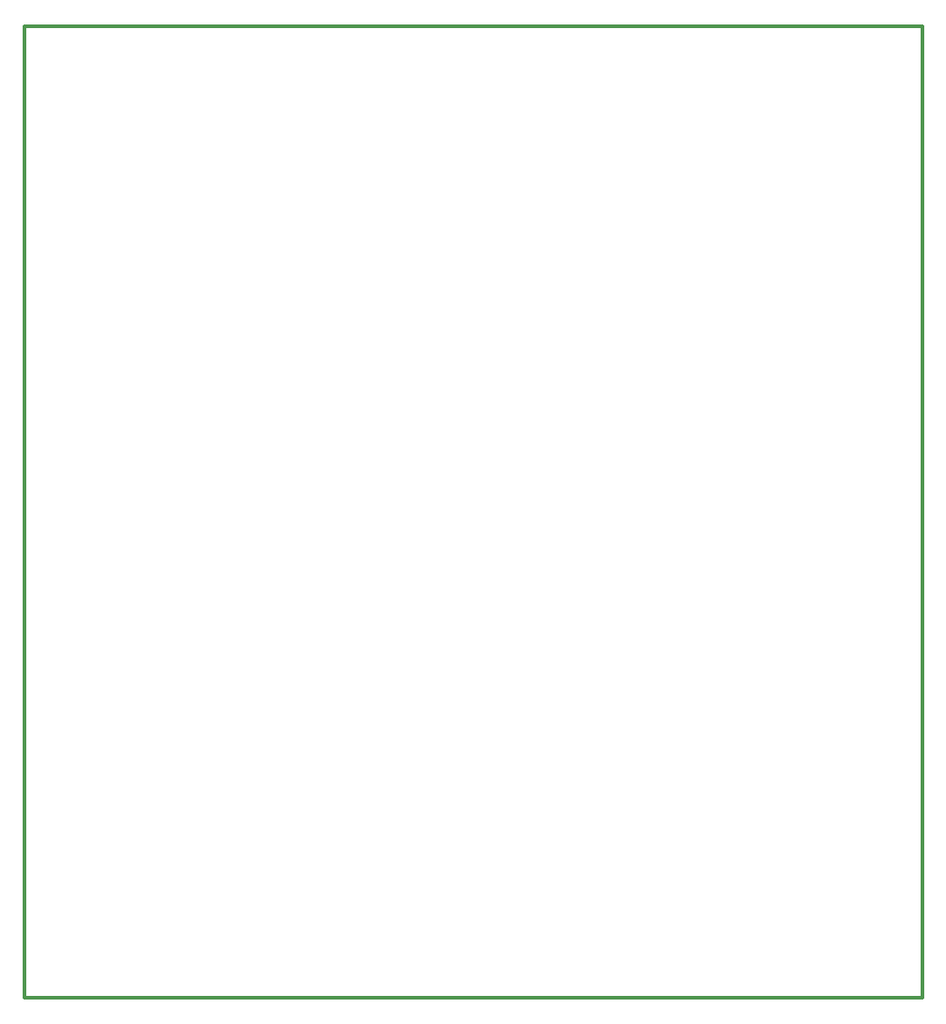
<source format=gko>
G04*
G04 #@! TF.GenerationSoftware,Altium Limited,Altium Designer,20.0.13 (296)*
G04*
G04 Layer_Color=16711935*
%FSLAX44Y44*%
%MOMM*%
G71*
G01*
G75*
%ADD14C,0.3000*%
D14*
X0Y0D02*
X839000D01*
Y908000D01*
X0D02*
X839000D01*
X0Y0D02*
Y908000D01*
M02*

</source>
